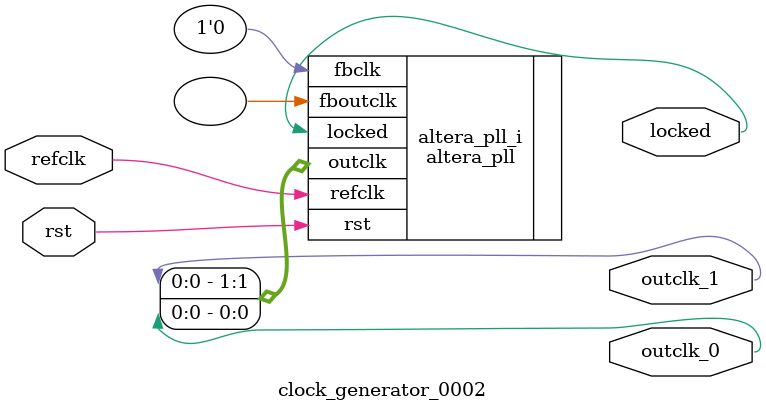
<source format=v>
`timescale 1ns/10ps
module  clock_generator_0002(

	// interface 'refclk'
	input wire refclk,

	// interface 'reset'
	input wire rst,

	// interface 'outclk0'
	output wire outclk_0,

	// interface 'outclk1'
	output wire outclk_1,

	// interface 'locked'
	output wire locked
);

	altera_pll #(
		.fractional_vco_multiplier("false"),
		.reference_clock_frequency("125.0 MHz"),
		.operation_mode("direct"),
		.number_of_clocks(2),
		.output_clock_frequency0("100.000000 MHz"),
		.phase_shift0("0 ps"),
		.duty_cycle0(50),
		.output_clock_frequency1("100.000000 MHz"),
		.phase_shift1("0 ps"),
		.duty_cycle1(50),
		.output_clock_frequency2("0 MHz"),
		.phase_shift2("0 ps"),
		.duty_cycle2(50),
		.output_clock_frequency3("0 MHz"),
		.phase_shift3("0 ps"),
		.duty_cycle3(50),
		.output_clock_frequency4("0 MHz"),
		.phase_shift4("0 ps"),
		.duty_cycle4(50),
		.output_clock_frequency5("0 MHz"),
		.phase_shift5("0 ps"),
		.duty_cycle5(50),
		.output_clock_frequency6("0 MHz"),
		.phase_shift6("0 ps"),
		.duty_cycle6(50),
		.output_clock_frequency7("0 MHz"),
		.phase_shift7("0 ps"),
		.duty_cycle7(50),
		.output_clock_frequency8("0 MHz"),
		.phase_shift8("0 ps"),
		.duty_cycle8(50),
		.output_clock_frequency9("0 MHz"),
		.phase_shift9("0 ps"),
		.duty_cycle9(50),
		.output_clock_frequency10("0 MHz"),
		.phase_shift10("0 ps"),
		.duty_cycle10(50),
		.output_clock_frequency11("0 MHz"),
		.phase_shift11("0 ps"),
		.duty_cycle11(50),
		.output_clock_frequency12("0 MHz"),
		.phase_shift12("0 ps"),
		.duty_cycle12(50),
		.output_clock_frequency13("0 MHz"),
		.phase_shift13("0 ps"),
		.duty_cycle13(50),
		.output_clock_frequency14("0 MHz"),
		.phase_shift14("0 ps"),
		.duty_cycle14(50),
		.output_clock_frequency15("0 MHz"),
		.phase_shift15("0 ps"),
		.duty_cycle15(50),
		.output_clock_frequency16("0 MHz"),
		.phase_shift16("0 ps"),
		.duty_cycle16(50),
		.output_clock_frequency17("0 MHz"),
		.phase_shift17("0 ps"),
		.duty_cycle17(50),
		.pll_type("General"),
		.pll_subtype("General")
	) altera_pll_i (
		.rst	(rst),
		.outclk	({outclk_1, outclk_0}),
		.locked	(locked),
		.fboutclk	( ),
		.fbclk	(1'b0),
		.refclk	(refclk)
	);
endmodule


</source>
